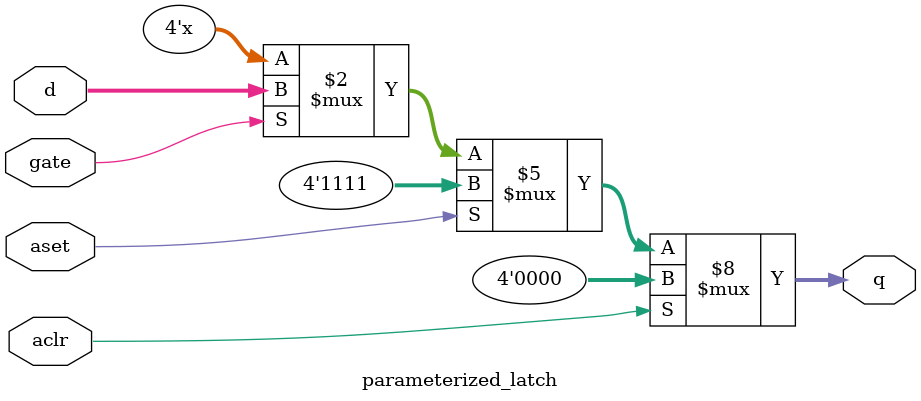
<source format=v>
module parameterized_latch (d,aset,gate,aclr,q);
parameter w=4;
    input aset,gate,aclr;
    input [w-1:0] d;
    output reg [w-1:0] q;

    always @(gate or aclr or aset or d) begin
        if (aclr)   // to clear op =0
            q<=4'b0000;
        else if (aset) // to set op= 1
            q<=4'b1111;
        else if(gate)  //like clk to load data in output 
            q<=d;
    end

endmodule 
</source>
